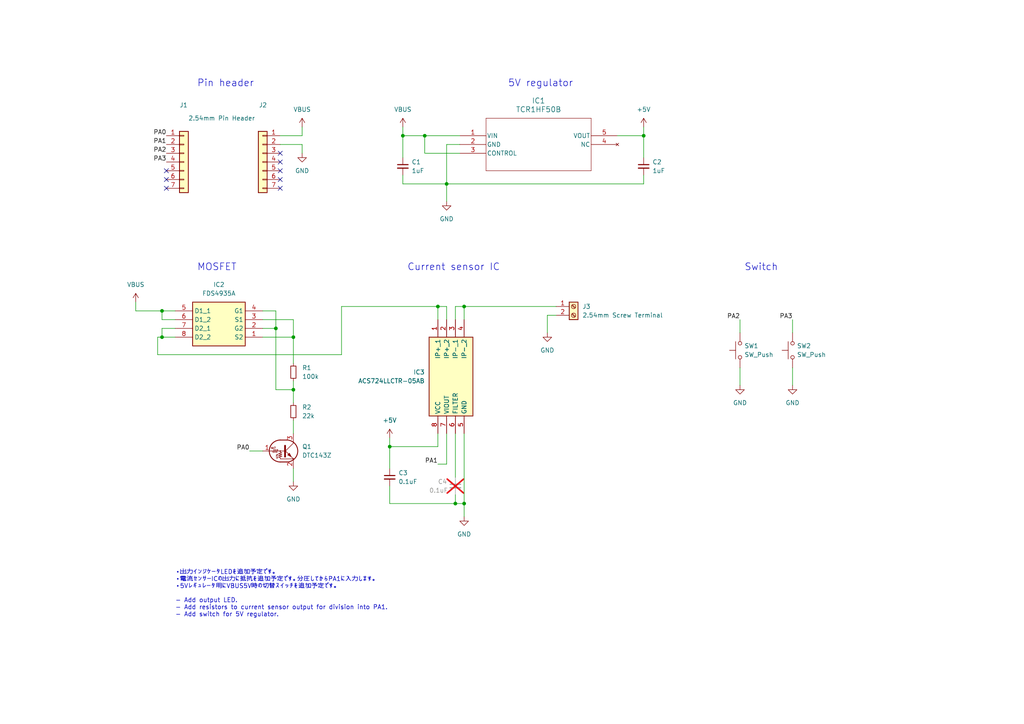
<source format=kicad_sch>
(kicad_sch (version 20230121) (generator eeschema)
  (paper "A4")
  (title_block (title "VBUS_SWITCH_BFF") (date "2024-06-25") (rev "v1.0") (company "@suzan_works"))
  (lib_symbols
    (symbol "0_My_Library:ACS724LLCTR-05AB-T"
      (property "Reference" "IC" (at 15.24 7.62 0))
      (property "Value" "ACS724LLCTR-05AB" (at 6.35 5.08 0))
      (symbol "ACS724LLCTR-05AB-T_1_1"
        (rectangle (start 5.08 2.54) (end 27.94 -10.16) (stroke (width 0.254)) (fill (type background)))
        (pin passive line (at 0 0 0) (length 5.08) (name "IP+_1") (number "1"))
        (pin passive line (at 0 -2.54 0) (length 5.08) (name "IP+_2") (number "2"))
        (pin passive line (at 0 -5.08 0) (length 5.08) (name "IP-_1") (number "3"))
        (pin passive line (at 0 -7.62 0) (length 5.08) (name "IP-_2") (number "4"))
        (pin passive line (at 33.02 -7.62 180) (length 5.08) (name "GND") (number "5"))
        (pin passive line (at 33.02 -5.08 180) (length 5.08) (name "FILTER") (number "6"))
        (pin passive line (at 33.02 -2.54 180) (length 5.08) (name "VIOUT") (number "7"))
        (pin passive line (at 33.02 0 180) (length 5.08) (name "VCC") (number "8"))
      )
    )
    (symbol "0_My_Library:FDS4935A"
      (property "Reference" "IC" (at 21.59 7.62 0))
      (property "Value" "FDS4935A" (at 21.59 5.08 0))
      (symbol "FDS4935A_1_1"
        (rectangle (start 5.08 2.54) (end 20.32 -10.16) (stroke (width 0.254)) (fill (type background)))
        (pin passive line (at 0 0 0) (length 5.08) (name "S2") (number "1"))
        (pin passive line (at 0 -2.54 0) (length 5.08) (name "G2") (number "2"))
        (pin passive line (at 0 -5.08 0) (length 5.08) (name "S1") (number "3"))
        (pin passive line (at 0 -7.62 0) (length 5.08) (name "G1") (number "4"))
        (pin passive line (at 25.4 -7.62 180) (length 5.08) (name "D1_1") (number "5"))
        (pin passive line (at 25.4 -5.08 180) (length 5.08) (name "D1_2") (number "6"))
        (pin passive line (at 25.4 -2.54 180) (length 5.08) (name "D2_1") (number "7"))
        (pin passive line (at 25.4 0 180) (length 5.08) (name "D2_2") (number "8"))
      )
    )
    (symbol "0_My_Library:TCR1HF50B_LM" (pin_names (offset 0.254))
      (property "Reference" "IC" (at 22.86 10.16 0))
      (property "Value" "TCR1HF50B" (at 22.86 7.62 0))
      (symbol "TCR1HF50B_LM_0_1"
        (polyline (pts (xy 7.62 -10.16) (xy 38.1 -10.16)) (stroke (width 0.127)))
        (polyline (pts (xy 7.62 5.08) (xy 7.62 -10.16)) (stroke (width 0.127)))
        (polyline (pts (xy 38.1 -10.16) (xy 38.1 5.08)) (stroke (width 0.127)))
        (polyline (pts (xy 38.1 5.08) (xy 7.62 5.08)) (stroke (width 0.127)))
        (pin power_in line (at 0 0 0) (length 7.62) (name "VIN") (number "1"))
        (pin power_out line (at 0 -2.54 0) (length 7.62) (name "GND") (number "2"))
        (pin unspecified line (at 0 -5.08 0) (length 7.62) (name "CONTROL") (number "3"))
        (pin no_connect line (at 45.72 -2.54 180) (length 7.62) (name "NC") (number "4"))
        (pin power_in line (at 45.72 0 180) (length 7.62) (name "VOUT") (number "5"))
      )
    )
    (symbol "Connector:Screw_Terminal_01x02" (pin_names (offset 1.016) hide)
      (property "Reference" "J" (at 0 2.54 0))
      (property "Value" "Screw_Terminal_01x02" (at 0 -5.08 0))
      (symbol "Screw_Terminal_01x02_1_1"
        (rectangle (start -1.27 1.27) (end 1.27 -3.81) (stroke (width 0.254)) (fill (type background)))
        (circle (center 0 -2.54) (radius 0.635) (stroke (width 0.1524)))
        (polyline (pts (xy -0.5334 -2.2098) (xy 0.3302 -3.048)) (stroke (width 0.1524)))
        (polyline (pts (xy -0.5334 0.3302) (xy 0.3302 -0.508)) (stroke (width 0.1524)))
        (polyline (pts (xy -0.3556 -2.032) (xy 0.508 -2.8702)) (stroke (width 0.1524)))
        (polyline (pts (xy -0.3556 0.508) (xy 0.508 -0.3302)) (stroke (width 0.1524)))
        (circle (center 0 0) (radius 0.635) (stroke (width 0.1524)))
        (pin passive line (at -5.08 0 0) (length 3.81) (name "Pin_1") (number "1"))
        (pin passive line (at -5.08 -2.54 0) (length 3.81) (name "Pin_2") (number "2"))
      )
    )
    (symbol "Connector_Generic:Conn_01x07" (pin_names (offset 1.016) hide)
      (property "Reference" "J" (at 0 10.16 0))
      (property "Value" "Conn_01x07" (at 0 -10.16 0))
      (symbol "Conn_01x07_1_1"
        (rectangle (start -1.27 -7.493) (end 0 -7.747) (stroke (width 0.1524)))
        (rectangle (start -1.27 -4.953) (end 0 -5.207) (stroke (width 0.1524)))
        (rectangle (start -1.27 -2.413) (end 0 -2.667) (stroke (width 0.1524)))
        (rectangle (start -1.27 0.127) (end 0 -0.127) (stroke (width 0.1524)))
        (rectangle (start -1.27 2.667) (end 0 2.413) (stroke (width 0.1524)))
        (rectangle (start -1.27 5.207) (end 0 4.953) (stroke (width 0.1524)))
        (rectangle (start -1.27 7.747) (end 0 7.493) (stroke (width 0.1524)))
        (rectangle (start -1.27 8.89) (end 1.27 -8.89) (stroke (width 0.254)) (fill (type background)))
        (pin passive line (at -5.08 7.62 0) (length 3.81) (name "Pin_1") (number "1"))
        (pin passive line (at -5.08 5.08 0) (length 3.81) (name "Pin_2") (number "2"))
        (pin passive line (at -5.08 2.54 0) (length 3.81) (name "Pin_3") (number "3"))
        (pin passive line (at -5.08 0 0) (length 3.81) (name "Pin_4") (number "4"))
        (pin passive line (at -5.08 -2.54 0) (length 3.81) (name "Pin_5") (number "5"))
        (pin passive line (at -5.08 -5.08 0) (length 3.81) (name "Pin_6") (number "6"))
        (pin passive line (at -5.08 -7.62 0) (length 3.81) (name "Pin_7") (number "7"))
      )
    )
    (symbol "Device:C_Small" (pin_numbers hide) (pin_names (offset 0.254) hide)
      (property "Reference" "C" (at 0.254 1.778 0))
      (property "Value" "C_Small" (at 0.254 -2.032 0))
      (symbol "C_Small_0_1"
        (polyline (pts (xy -1.524 -0.508) (xy 1.524 -0.508)) (stroke (width 0.3302)))
        (polyline (pts (xy -1.524 0.508) (xy 1.524 0.508)) (stroke (width 0.3048)))
      )
      (symbol "C_Small_1_1"
        (pin passive line (at 0 2.54 270) (length 2.032) (name "~") (number "1"))
        (pin passive line (at 0 -2.54 90) (length 2.032) (name "~") (number "2"))
      )
    )
    (symbol "Device:R_Small" (pin_numbers hide) (pin_names (offset 0.254) hide)
      (property "Reference" "R" (at 0.762 0.508 0))
      (property "Value" "R_Small" (at 0.762 -1.016 0))
      (symbol "R_Small_0_1"
        (rectangle (start -0.762 1.778) (end 0.762 -1.778) (stroke (width 0.2032)))
      )
      (symbol "R_Small_1_1"
        (pin passive line (at 0 2.54 270) (length 0.762) (name "~") (number "1"))
        (pin passive line (at 0 -2.54 90) (length 0.762) (name "~") (number "2"))
      )
    )
    (symbol "Switch:SW_Push" (pin_numbers hide) (pin_names (offset 1.016) hide)
      (property "Reference" "SW" (at 1.27 2.54 0))
      (property "Value" "SW_Push" (at 0 -1.524 0))
      (symbol "SW_Push_0_1"
        (circle (center -2.032 0) (radius 0.508))
        (polyline (pts (xy 0 1.27) (xy 0 3.048)))
        (polyline (pts (xy 2.54 1.27) (xy -2.54 1.27)))
        (circle (center 2.032 0) (radius 0.508))
        (pin passive line (at -5.08 0 0) (length 2.54) (name "1") (number "1"))
        (pin passive line (at 5.08 0 180) (length 2.54) (name "2") (number "2"))
      )
    )
    (symbol "Transistor_BJT:DTC143Z" (pin_names (offset 0) hide)
      (property "Reference" "Q" (at 5.08 1.905 0))
      (property "Value" "DTC143Z" (at 5.08 0 0))
      (symbol "DTC143Z_0_0"
        (text "47k" (at -2.159 -1.524 900) (effects (font (size 0.508 0.508))))
        (text "4k7" (at -3.302 0.889 0) (effects (font (size 0.508 0.508))))
      )
      (symbol "DTC143Z_0_1"
        (circle (center -1.27 0) (radius 0.127))
        (arc (start -1.27 3.175) (mid -4.4312 0) (end -1.27 -3.175) (stroke (width 0.254)))
        (polyline (pts (xy -3.429 0) (xy -3.81 0)))
        (polyline (pts (xy -1.27 -3.175) (xy 0.635 -3.175)) (stroke (width 0.254)))
        (polyline (pts (xy -1.27 3.175) (xy 0.635 3.175)) (stroke (width 0.254)))
        (polyline (pts (xy 0 -0.254) (xy 2.54 2.286)))
        (polyline (pts (xy 0.127 1.524) (xy 0.127 -1.651)) (stroke (width 0.508)) (fill (type outline)))
        (polyline (pts (xy 2.54 2.286) (xy 2.54 2.54)))
        (polyline (pts (xy 2.54 -2.286) (xy 0 0.254) (xy 0 0.254)))
        (polyline (pts (xy 0.889 -1.143) (xy 1.397 -0.635) (xy 1.905 -1.651) (xy 0.889 -1.143)) (fill (type outline)))
        (polyline (pts (xy 0 0) (xy -1.905 0) (xy -2.032 0.508) (xy -2.286 -0.508) (xy -2.54 0.508) (xy -2.794 -0.508) (xy -3.048 0.508) (xy -3.302 -0.508) (xy -3.429 0)))
        (polyline (pts (xy -1.27 0) (xy -1.27 -0.381) (xy -0.762 -0.508) (xy -1.778 -0.762) (xy -0.762 -1.016) (xy -1.778 -1.27) (xy -0.762 -1.524) (xy -1.778 -1.778) (xy -1.27 -1.905) (xy -1.27 -2.286) (xy 2.54 -2.286)))
        (arc (start 0.635 -3.175) (mid 3.7962 0) (end 0.635 3.175) (stroke (width 0.254)))
        (circle (center 2.54 -2.286) (radius 0.127))
      )
      (symbol "DTC143Z_1_1"
        (pin input line (at -6.35 0 0) (length 2.54) (name "B") (number "1"))
        (pin passive line (at 2.54 -5.08 90) (length 2.54) (name "E") (number "2"))
        (pin passive line (at 2.54 5.08 270) (length 2.54) (name "C") (number "3"))
      )
    )
    (symbol "power:+5V" (power) (pin_names (offset 0))
      (property "Value" "+5V" (at 0 3.556 0))
      (symbol "+5V_0_1"
        (polyline (pts (xy -0.762 1.27) (xy 0 2.54)))
        (polyline (pts (xy 0 0) (xy 0 2.54)))
        (polyline (pts (xy 0 2.54) (xy 0.762 1.27)))
      )
      (symbol "+5V_1_1"
        (pin power_in line (at 0 0 90) (length 0) hide (name "+5V") (number "1"))
      )
    )
    (symbol "power:GND" (power) (pin_names (offset 0))
      (property "Value" "GND" (at 0 -3.81 0))
      (symbol "GND_0_1"
        (polyline (pts (xy 0 0) (xy 0 -1.27) (xy 1.27 -1.27) (xy 0 -2.54) (xy -1.27 -1.27) (xy 0 -1.27)))
      )
      (symbol "GND_1_1"
        (pin power_in line (at 0 0 270) (length 0) hide (name "GND") (number "1"))
      )
    )
    (symbol "power:VBUS" (power) (pin_names (offset 0))
      (property "Value" "VBUS" (at 0 3.81 0))
      (symbol "VBUS_0_1"
        (polyline (pts (xy -0.762 1.27) (xy 0 2.54)))
        (polyline (pts (xy 0 0) (xy 0 2.54)))
        (polyline (pts (xy 0 2.54) (xy 0.762 1.27)))
      )
      (symbol "VBUS_1_1"
        (pin power_in line (at 0 0 90) (length 0) hide (name "VBUS") (number "1"))
      )
    )
  )
  (junction (at 46.99 97.79))
  (junction (at 46.99 90.17))
  (junction (at 129.54 53.34))
  (junction (at 127 88.9))
  (junction (at 113.03 129.54))
  (junction (at 134.62 88.9))
  (junction (at 116.84 39.37))
  (junction (at 134.62 146.05))
  (junction (at 85.09 97.79))
  (junction (at 80.01 95.25))
  (junction (at 186.69 39.37))
  (junction (at 132.08 146.05))
  (junction (at 123.19 39.37))
  (junction (at 85.09 113.03))
  (no_connect (at 48.26 54.61))
  (no_connect (at 81.28 52.07))
  (no_connect (at 81.28 49.53))
  (no_connect (at 48.26 52.07))
  (no_connect (at 81.28 44.45))
  (no_connect (at 48.26 49.53))
  (no_connect (at 81.28 46.99))
  (no_connect (at 81.28 54.61))
  (wire (pts (xy 46.99 95.25) (xy 46.99 97.79)))
  (wire (pts (xy 113.03 127) (xy 113.03 129.54)))
  (wire (pts (xy 85.09 113.03) (xy 85.09 116.84)))
  (wire (pts (xy 46.99 97.79) (xy 50.8 97.79)))
  (wire (pts (xy 45.72 102.87) (xy 99.06 102.87)))
  (wire (pts (xy 186.69 53.34) (xy 186.69 50.8)))
  (wire (pts (xy 132.08 143.51) (xy 132.08 146.05)))
  (wire (pts (xy 127 134.62) (xy 129.54 134.62)))
  (wire (pts (xy 76.2 92.71) (xy 85.09 92.71)))
  (wire (pts (xy 113.03 146.05) (xy 113.03 140.97)))
  (wire (pts (xy 127 88.9) (xy 127 92.71)))
  (wire (pts (xy 45.72 97.79) (xy 45.72 102.87)))
  (wire (pts (xy 179.07 39.37) (xy 186.69 39.37)))
  (wire (pts (xy 132.08 125.73) (xy 132.08 138.43)))
  (wire (pts (xy 113.03 129.54) (xy 113.03 135.89)))
  (wire (pts (xy 229.87 106.68) (xy 229.87 111.76)))
  (wire (pts (xy 129.54 134.62) (xy 129.54 125.73)))
  (wire (pts (xy 116.84 39.37) (xy 123.19 39.37)))
  (wire (pts (xy 132.08 146.05) (xy 113.03 146.05)))
  (wire (pts (xy 76.2 97.79) (xy 85.09 97.79)))
  (wire (pts (xy 76.2 90.17) (xy 80.01 90.17)))
  (wire (pts (xy 133.35 41.91) (xy 129.54 41.91)))
  (wire (pts (xy 85.09 135.89) (xy 85.09 139.7)))
  (wire (pts (xy 46.99 92.71) (xy 50.8 92.71)))
  (wire (pts (xy 85.09 121.92) (xy 85.09 125.73)))
  (wire (pts (xy 129.54 53.34) (xy 186.69 53.34)))
  (wire (pts (xy 99.06 88.9) (xy 127 88.9)))
  (wire (pts (xy 87.63 36.83) (xy 87.63 39.37)))
  (wire (pts (xy 39.37 90.17) (xy 46.99 90.17)))
  (wire (pts (xy 129.54 41.91) (xy 129.54 53.34)))
  (wire (pts (xy 129.54 53.34) (xy 129.54 58.42)))
  (wire (pts (xy 132.08 88.9) (xy 134.62 88.9)))
  (wire (pts (xy 123.19 39.37) (xy 133.35 39.37)))
  (wire (pts (xy 132.08 92.71) (xy 132.08 88.9)))
  (wire (pts (xy 116.84 50.8) (xy 116.84 53.34)))
  (wire (pts (xy 158.75 91.44) (xy 158.75 96.52)))
  (wire (pts (xy 39.37 87.63) (xy 39.37 90.17)))
  (wire (pts (xy 134.62 146.05) (xy 132.08 146.05)))
  (wire (pts (xy 80.01 95.25) (xy 80.01 113.03)))
  (wire (pts (xy 87.63 41.91) (xy 87.63 44.45)))
  (wire (pts (xy 46.99 90.17) (xy 46.99 92.71)))
  (wire (pts (xy 116.84 36.83) (xy 116.84 39.37)))
  (wire (pts (xy 134.62 88.9) (xy 134.62 92.71)))
  (wire (pts (xy 50.8 95.25) (xy 46.99 95.25)))
  (wire (pts (xy 80.01 113.03) (xy 85.09 113.03)))
  (wire (pts (xy 85.09 113.03) (xy 85.09 110.49)))
  (wire (pts (xy 134.62 88.9) (xy 161.29 88.9)))
  (wire (pts (xy 116.84 39.37) (xy 116.84 45.72)))
  (wire (pts (xy 214.63 106.68) (xy 214.63 111.76)))
  (wire (pts (xy 127 129.54) (xy 127 125.73)))
  (wire (pts (xy 113.03 129.54) (xy 127 129.54)))
  (wire (pts (xy 129.54 88.9) (xy 129.54 92.71)))
  (wire (pts (xy 46.99 90.17) (xy 50.8 90.17)))
  (wire (pts (xy 81.28 41.91) (xy 87.63 41.91)))
  (wire (pts (xy 99.06 102.87) (xy 99.06 88.9)))
  (wire (pts (xy 133.35 44.45) (xy 123.19 44.45)))
  (wire (pts (xy 85.09 97.79) (xy 85.09 105.41)))
  (wire (pts (xy 186.69 36.83) (xy 186.69 39.37)))
  (wire (pts (xy 76.2 130.81) (xy 72.39 130.81)))
  (wire (pts (xy 214.63 92.71) (xy 214.63 96.52)))
  (wire (pts (xy 116.84 53.34) (xy 129.54 53.34)))
  (wire (pts (xy 134.62 125.73) (xy 134.62 146.05)))
  (wire (pts (xy 127 88.9) (xy 129.54 88.9)))
  (wire (pts (xy 123.19 44.45) (xy 123.19 39.37)))
  (wire (pts (xy 87.63 39.37) (xy 81.28 39.37)))
  (wire (pts (xy 134.62 146.05) (xy 134.62 149.86)))
  (wire (pts (xy 85.09 92.71) (xy 85.09 97.79)))
  (wire (pts (xy 186.69 39.37) (xy 186.69 45.72)))
  (wire (pts (xy 45.72 97.79) (xy 46.99 97.79)))
  (wire (pts (xy 80.01 90.17) (xy 80.01 95.25)))
  (wire (pts (xy 161.29 91.44) (xy 158.75 91.44)))
  (wire (pts (xy 229.87 92.71) (xy 229.87 96.52)))
  (wire (pts (xy 76.2 95.25) (xy 80.01 95.25)))
  (text "Switch" (at 215.9 78.74 0) (effects (font (size 2 2)) (justify left bottom)))
  (text "5V regulator" (at 147.32 25.4 0) (effects (font (size 2 2)) (justify left bottom)))
  (text "Current sensor IC" (at 118.11 78.74 0) (effects (font (size 2 2)) (justify left bottom)))
  (text "MOSFET" (at 57.15 78.74 0) (effects (font (size 2 2)) (justify left bottom)))
  (text "Pin header" (at 57.15 25.4 0) (effects (font (size 2 2)) (justify left bottom)))
  (text "・出力インジケータLEDを追加予定です。\n・電流センサーICの出力に抵抗を追加予定です。分圧してからPA1に入力します。\n・5Vレギュレータ用にVBUS5V時の切替スイッチを追加予定です。\n\n- Add output LED.\n- Add resistors to current sensor output for division into PA1.\n- Add switch for 5V regulator." (at 50.8 179.07 0) (effects (font (size 1.27 1.27)) (justify left bottom)))
  (label "PA3" (at 48.26 46.99 180))
  (label "PA2" (at 48.26 44.45 180))
  (label "PA0" (at 72.39 130.81 180))
  (label "PA2" (at 214.63 92.71 180))
  (label "PA1" (at 48.26 41.91 180))
  (label "PA0" (at 48.26 39.37 180))
  (label "PA3" (at 229.87 92.71 180))
  (label "PA1" (at 127 134.62 180))
  (symbol (lib_id "power:+5V") (at 113.03 127 0) (unit 1)
    (property "Reference" "#PWR010" (effects hide))
    (property "Value" "+5V" (at 113.03 121.92 0))
  )
  (symbol (lib_id "Device:C_Small") (at 186.69 48.26 0) (unit 1)
    (property "Reference" "C2" (at 189.23 46.9963 0) (effects (justify left)))
    (property "Value" "1uF" (at 189.23 49.5363 0) (effects (justify left)))
    (property "Footprint" "Capacitor_SMD:C_0402_1005Metric" (effects hide))
  )
  (symbol (lib_id "0_My_Library:TCR1HF50B_LM") (at 133.35 39.37 0) (unit 1)
    (property "Reference" "IC1" (at 156.21 29.21 0) (effects (font (size 1.524 1.524))))
    (property "Value" "TCR1HF50B" (at 156.21 31.75 0) (effects (font (size 1.524 1.524))))
    (property "Footprint" "0_My_Library:TCR1HF50B" (effects hide))
    (property "Datasheet" "TCR1HF50B_LM" (effects hide))
  )
  (symbol (lib_id "0_My_Library:FDS4935A") (at 76.2 97.79 180) (unit 1)
    (property "Reference" "IC2" (at 63.5 82.55 0))
    (property "Value" "FDS4935A" (at 63.5 85.09 0))
    (property "Footprint" "0_My_Library:FDS4935A" (effects hide))
    (property "Datasheet" "http://uk.rs-online.com/web/p/products/6710532P" (effects hide))
    (property "Height" "1.75" (effects hide))
    (property "RS Part Number" "6710532P" (effects hide))
    (property "RS Price/Stock" "http://uk.rs-online.com/web/p/products/6710532P" (effects hide))
    (property "Manufacturer_Name" "onsemi" (effects hide))
    (property "Manufacturer_Part_Number" "FDS4935A" (effects hide))
  )
  (symbol (lib_id "Connector:Screw_Terminal_01x02") (at 166.37 88.9 0) (unit 1)
    (property "Reference" "J3" (at 168.91 88.9 0) (effects (justify left)))
    (property "Value" "2.54mm Screw Terminal" (at 168.91 91.44 0) (effects (justify left)))
    (property "Footprint" "TerminalBlock_TE-Connectivity:TerminalBlock_TE_282834-2_1x02_P2.54mm_Horizontal" (effects hide))
  )
  (symbol (lib_id "Connector_Generic:Conn_01x07") (at 76.2 46.99 0) (mirror y) (unit 1)
    (property "Reference" "J2" (at 77.47 30.48 0) (effects (justify left)))
    (property "Value" "Conn_01x07" (effects hide))
    (property "Footprint" "Connector_PinHeader_2.54mm:PinHeader_1x07_P2.54mm_Vertical" (effects hide))
  )
  (symbol (lib_id "power:GND") (at 129.54 58.42 0) (unit 1)
    (property "Reference" "#PWR05" (effects hide))
    (property "Value" "GND" (at 129.54 63.5 0))
  )
  (symbol (lib_id "Device:R_Small") (at 85.09 107.95 0) (unit 1)
    (property "Reference" "R1" (at 87.63 106.68 0) (effects (justify left)))
    (property "Value" "100k" (at 87.63 109.22 0) (effects (justify left)))
    (property "Footprint" "Resistor_SMD:R_0402_1005Metric" (effects hide))
  )
  (symbol (lib_id "power:+5V") (at 186.69 36.83 0) (unit 1)
    (property "Reference" "#PWR03" (effects hide))
    (property "Value" "+5V" (at 186.69 31.75 0))
  )
  (symbol (lib_id "power:GND") (at 229.87 111.76 0) (unit 1)
    (property "Reference" "#PWR09" (effects hide))
    (property "Value" "GND" (at 229.87 116.84 0))
  )
  (symbol (lib_id "power:VBUS") (at 116.84 36.83 0) (unit 1)
    (property "Reference" "#PWR02" (effects hide))
    (property "Value" "VBUS" (at 116.84 31.75 0))
  )
  (symbol (lib_id "power:VBUS") (at 87.63 36.83 0) (unit 1)
    (property "Reference" "#PWR01" (effects hide))
    (property "Value" "VBUS" (at 87.63 31.75 0))
  )
  (symbol (lib_id "power:GND") (at 158.75 96.52 0) (unit 1)
    (property "Reference" "#PWR07" (effects hide))
    (property "Value" "GND" (at 158.75 101.6 0))
  )
  (symbol (lib_id "Device:C_Small") (at 132.08 140.97 0) (unit 1) (dnp yes)
    (property "Reference" "C4" (at 127 139.7 0) (effects (justify left)))
    (property "Value" "0.1uF" (at 124.46 142.24 0) (effects (justify left)))
    (property "Footprint" "Capacitor_SMD:C_0402_1005Metric" (effects hide))
  )
  (symbol (lib_id "Transistor_BJT:DTC143Z") (at 82.55 130.81 0) (unit 1)
    (property "Reference" "Q1" (at 87.63 129.54 0) (effects (justify left)))
    (property "Value" "DTC143Z" (at 87.63 132.08 0) (effects (justify left)))
    (property "Footprint" "Package_TO_SOT_SMD:SOT-323_SC-70" (effects hide))
  )
  (symbol (lib_id "power:GND") (at 214.63 111.76 0) (unit 1)
    (property "Reference" "#PWR08" (effects hide))
    (property "Value" "GND" (at 214.63 116.84 0))
  )
  (symbol (lib_id "power:VBUS") (at 39.37 87.63 0) (unit 1)
    (property "Reference" "#PWR06" (effects hide))
    (property "Value" "VBUS" (at 39.37 82.55 0))
  )
  (symbol (lib_id "power:GND") (at 85.09 139.7 0) (unit 1)
    (property "Reference" "#PWR011" (effects hide))
    (property "Value" "GND" (at 85.09 144.78 0))
  )
  (symbol (lib_id "Device:C_Small") (at 116.84 48.26 0) (unit 1)
    (property "Reference" "C1" (at 119.38 46.9963 0) (effects (justify left)))
    (property "Value" "1uF" (at 119.38 49.5363 0) (effects (justify left)))
    (property "Footprint" "Capacitor_SMD:C_0402_1005Metric" (effects hide))
  )
  (symbol (lib_id "power:GND") (at 134.62 149.86 0) (unit 1)
    (property "Reference" "#PWR012" (effects hide))
    (property "Value" "GND" (at 134.62 154.94 0))
  )
  (symbol (lib_id "Device:R_Small") (at 85.09 119.38 0) (unit 1)
    (property "Reference" "R2" (at 87.63 118.11 0) (effects (justify left)))
    (property "Value" "22k" (at 87.63 120.65 0) (effects (justify left)))
    (property "Footprint" "Resistor_SMD:R_0402_1005Metric" (effects hide))
  )
  (symbol (lib_id "Switch:SW_Push") (at 229.87 101.6 90) (unit 1)
    (property "Reference" "SW2" (at 231.14 100.33 90) (effects (justify right)))
    (property "Value" "SW_Push" (at 231.14 102.87 90) (effects (justify right)))
    (property "Footprint" "Button_Switch_SMD:SW_Push_SPST_NO_Alps_SKRK" (effects hide))
  )
  (symbol (lib_id "Device:C_Small") (at 113.03 138.43 0) (unit 1)
    (property "Reference" "C3" (at 115.57 137.1663 0) (effects (justify left)))
    (property "Value" "0.1uF" (at 115.57 139.7063 0) (effects (justify left)))
    (property "Footprint" "Capacitor_SMD:C_0402_1005Metric" (effects hide))
  )
  (symbol (lib_id "Connector_Generic:Conn_01x07") (at 53.34 46.99 0) (unit 1)
    (property "Reference" "J1" (at 52.07 30.48 0) (effects (justify left)))
    (property "Value" "2.54mm Pin Header" (at 54.61 34.29 0) (effects (justify left)))
    (property "Footprint" "Connector_PinHeader_2.54mm:PinHeader_1x07_P2.54mm_Vertical" (effects hide))
  )
  (symbol (lib_id "Switch:SW_Push") (at 214.63 101.6 90) (unit 1)
    (property "Reference" "SW1" (at 215.9 100.33 90) (effects (justify right)))
    (property "Value" "SW_Push" (at 215.9 102.87 90) (effects (justify right)))
    (property "Footprint" "Button_Switch_SMD:SW_Push_SPST_NO_Alps_SKRK" (effects hide))
  )
  (symbol (lib_id "0_My_Library:ACS724LLCTR-05AB-T") (at 127 92.71 90) (mirror x) (unit 1)
    (property "Reference" "IC3" (at 123.19 107.95 90) (effects (justify left)))
    (property "Value" "ACS724LLCTR-05AB" (at 123.19 110.49 90) (effects (justify left)))
    (property "Footprint" "0_My_Library:ACS724LLCTR-05AB" (effects hide))
    (property "Datasheet" "https://www.arrow.com/en/products/acs724llctr-05ab-t/allegro-microsystems" (effects hide))
    (property "Height" "1.75" (effects hide))
    (property "Manufacturer_Name" "Allegro Microsystems" (effects hide))
    (property "Manufacturer_Part_Number" "ACS724LLCTR-05AB-T" (effects hide))
  )
  (symbol (lib_id "power:GND") (at 87.63 44.45 0) (unit 1)
    (property "Reference" "#PWR04" (effects hide))
    (property "Value" "GND" (at 87.63 49.53 0))
  )
)
</source>
